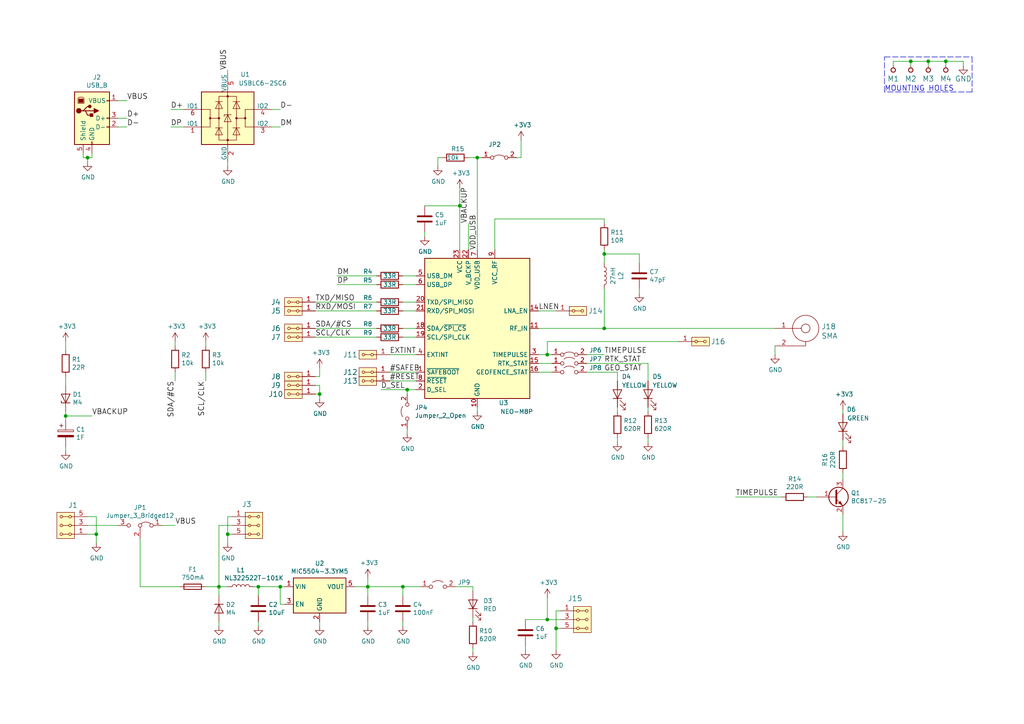
<source format=kicad_sch>
(kicad_sch (version 20210621) (generator eeschema)
  (paper "A4")
  (title_block (title "NAME") (date "%F") (rev "REV") (company "Mlab www.mlab.cz") (comment 1 "VERSION") (comment 2 "Short description \\nTwo lines are maximum") (comment 3 "nickname <email@example.com>") (comment 4 "BSD"))
  (lib_symbols
    (symbol "Device:Q_NPN_BEC" (pin_names (offset 0) hide)
      (property "Reference" "Q" (at 5.08 1.27 0))
      (property "Value" "Q_NPN_BEC" (at 5.08 -1.27 0))
      (symbol "Q_NPN_BEC_1_1"
        (pin input line (at -5.08 0 0) (length 5.715) (name "B") (number "1"))
        (pin passive line (at 2.54 -5.08 90) (length 2.54) (name "E") (number "2"))
        (pin passive line (at 2.54 5.08 270) (length 2.54) (name "C") (number "3"))
      )
    )
    (symbol "Device:R" (pin_numbers hide) (pin_names (offset 0))
      (property "Reference" "R" (at 2.032 0 90))
      (property "Value" "R" (at 0 0 90))
      (symbol "R_1_1"
        (pin passive line (at 0 3.81 270) (length 1.27) (name "~") (number "1"))
        (pin passive line (at 0 -3.81 90) (length 1.27) (name "~") (number "2"))
      )
    )
    (symbol "GPS02A-rescue:+3V3-power" (power) (pin_names (offset 0))
      (property "Value" "+3V3-power" (at 0 3.556 0))
      (symbol "+3V3-power_1_1"
        (pin power_in line (at 0 0 90) (length 0) hide (name "+3V3") (number "1"))
      )
    )
    (symbol "GPS02A-rescue:C-Device" (pin_numbers hide) (pin_names (offset 0.254))
      (property "Reference" "C" (at 0.635 2.54 0))
      (property "Value" "C-Device" (at 0.635 -2.54 0))
      (symbol "C-Device_1_1"
        (pin passive line (at 0 3.81 270) (length 2.794) (name "~") (number "1"))
        (pin passive line (at 0 -3.81 90) (length 2.794) (name "~") (number "2"))
      )
    )
    (symbol "GPS02A-rescue:CP-Device" (pin_numbers hide) (pin_names (offset 0.254))
      (property "Reference" "C" (at 0.635 2.54 0))
      (property "Value" "CP-Device" (at 0.635 -2.54 0))
      (symbol "CP-Device_1_1"
        (pin passive line (at 0 3.81 270) (length 2.794) (name "~") (number "1"))
        (pin passive line (at 0 -3.81 90) (length 2.794) (name "~") (number "2"))
      )
    )
    (symbol "GPS02A-rescue:D-Device" (pin_numbers hide) (pin_names (offset 1.016) hide)
      (property "Reference" "D" (at 0 2.54 0))
      (property "Value" "D-Device" (at 0 -2.54 0))
      (symbol "D-Device_1_1"
        (pin passive line (at -3.81 0 0) (length 2.54) (name "K") (number "1"))
        (pin passive line (at 3.81 0 180) (length 2.54) (name "A") (number "2"))
      )
    )
    (symbol "GPS02A-rescue:D_Zener-Device" (pin_numbers hide) (pin_names (offset 1.016) hide)
      (property "Reference" "D" (at 0 2.54 0))
      (property "Value" "D_Zener-Device" (at 0 -2.54 0))
      (symbol "D_Zener-Device_1_1"
        (pin passive line (at -3.81 0 0) (length 2.54) (name "K") (number "1"))
        (pin passive line (at 3.81 0 180) (length 2.54) (name "A") (number "2"))
      )
    )
    (symbol "GPS02A-rescue:Fuse-Device" (pin_numbers hide) (pin_names (offset 0))
      (property "Reference" "F" (at 2.032 0 90))
      (property "Value" "Fuse-Device" (at -1.905 0 90))
      (symbol "Fuse-Device_1_1"
        (pin passive line (at 0 3.81 270) (length 1.27) (name "~") (number "1"))
        (pin passive line (at 0 -3.81 90) (length 1.27) (name "~") (number "2"))
      )
    )
    (symbol "GPS02A-rescue:GND-power" (power) (pin_names (offset 0))
      (property "Value" "GND-power" (at 0 -3.81 0))
      (symbol "GND-power_1_1"
        (pin power_in line (at 0 0 270) (length 0) hide (name "GND") (number "1"))
      )
    )
    (symbol "GPS02A-rescue:Jumper_2_Bridged-Jumper" (pin_names (offset 0) hide)
      (property "Reference" "JP" (at 0 1.905 0))
      (property "Value" "Jumper_2_Bridged-Jumper" (at 0 -2.54 0))
      (symbol "Jumper_2_Bridged-Jumper_1_1"
        (pin passive line (at -5.08 0 0) (length 2.54) (name "A") (number "1"))
        (pin passive line (at 5.08 0 180) (length 2.54) (name "B") (number "2"))
      )
    )
    (symbol "GPS02A-rescue:Jumper_2_Open-Jumper" (pin_names (offset 0) hide)
      (property "Reference" "JP" (at 0 2.794 0))
      (property "Value" "Jumper_2_Open-Jumper" (at 0 -2.286 0))
      (symbol "Jumper_2_Open-Jumper_1_1"
        (pin passive line (at -5.08 0 0) (length 2.54) (name "A") (number "1"))
        (pin passive line (at 5.08 0 180) (length 2.54) (name "B") (number "2"))
      )
    )
    (symbol "GPS02A-rescue:Jumper_3_Bridged12-Jumper" (pin_names (offset 0) hide)
      (property "Reference" "JP" (at -2.54 -2.54 0))
      (property "Value" "Jumper_3_Bridged12-Jumper" (at 0 2.794 0))
      (symbol "Jumper_3_Bridged12-Jumper_1_1"
        (pin passive line (at -6.35 0 0) (length 2.54) (name "A") (number "1"))
        (pin input line (at 0 -3.81 90) (length 2.54) (name "C") (number "2"))
        (pin passive line (at 6.35 0 180) (length 2.54) (name "B") (number "3"))
      )
    )
    (symbol "GPS02A-rescue:L-Device" (pin_numbers hide) (pin_names (offset 1.016) hide)
      (property "Reference" "L" (at -1.27 0 90))
      (property "Value" "L-Device" (at 1.905 0 90))
      (symbol "L-Device_1_1"
        (pin passive line (at 0 3.81 270) (length 1.27) (name "1") (number "1"))
        (pin passive line (at 0 -3.81 90) (length 1.27) (name "2") (number "2"))
      )
    )
    (symbol "GPS02A-rescue:LED-Device" (pin_numbers hide) (pin_names (offset 1.016) hide)
      (property "Reference" "D" (at 0 2.54 0))
      (property "Value" "LED-Device" (at 0 -2.54 0))
      (symbol "LED-Device_1_1"
        (pin passive line (at -3.81 0 0) (length 2.54) (name "K") (number "1"))
        (pin passive line (at 3.81 0 180) (length 2.54) (name "A") (number "2"))
      )
    )
    (symbol "GPS02A-rescue:MIC5504-3.3YM5-Regulator_Linear"
      (property "Reference" "U" (at -7.62 8.89 0))
      (property "Value" "MIC5504-3.3YM5-Regulator_Linear" (at -7.62 6.35 0))
      (symbol "MIC5504-3.3YM5-Regulator_Linear_1_1"
        (pin power_in line (at -10.16 2.54 0) (length 2.54) (name "VIN") (number "1"))
        (pin power_in line (at 0 -7.62 90) (length 2.54) (name "GND") (number "2"))
        (pin input line (at -10.16 -2.54 0) (length 2.54) (name "EN") (number "3"))
        (pin no_connect line (at 7.62 -2.54 180) (length 2.54) hide (name "NC") (number "4"))
        (pin power_out line (at 10.16 2.54 180) (length 2.54) (name "VOUT") (number "5"))
      )
    )
    (symbol "GPS02A-rescue:NEO-M8P-RF_GPS"
      (property "Reference" "U" (at -13.97 21.59 0))
      (property "Value" "NEO-M8P-RF_GPS" (at 11.43 21.59 0))
      (symbol "NEO-M8P-RF_GPS_1_1"
        (pin input line (at -17.78 -12.7 0) (length 2.54) (name "~{SAFEBOOT}") (number "1"))
        (pin power_in line (at 0 -22.86 90) (length 2.54) (name "GND") (number "10"))
        (pin input line (at 17.78 0 180) (length 2.54) (name "RF_IN") (number "11"))
        (pin passive line (at 0 -22.86 90) (length 2.54) hide (name "GND") (number "12"))
        (pin passive line (at 0 -22.86 90) (length 2.54) hide (name "GND") (number "13"))
        (pin output line (at 17.78 5.08 180) (length 2.54) (name "LNA_EN") (number "14"))
        (pin output line (at 17.78 -10.16 180) (length 2.54) (name "RTK_STAT") (number "15"))
        (pin output line (at 17.78 -12.7 180) (length 2.54) (name "GEOFENCE_STAT") (number "16"))
        (pin no_connect line (at 15.24 -17.78 180) (length 2.54) hide (name "RESERVED") (number "17"))
        (pin bidirectional line (at -17.78 0 0) (length 2.54) (name "SDA/~{SPI_CS}") (number "18"))
        (pin input line (at -17.78 -2.54 0) (length 2.54) (name "SCL/SPI_CLK") (number "19"))
        (pin input line (at -17.78 -17.78 0) (length 2.54) (name "D_SEL") (number "2"))
        (pin output line (at -17.78 7.62 0) (length 2.54) (name "TXD/SPI_MISO") (number "20"))
        (pin input line (at -17.78 5.08 0) (length 2.54) (name "RXD/SPI_MOSI") (number "21"))
        (pin power_in line (at -2.54 22.86 270) (length 2.54) (name "V_BCKP") (number "22"))
        (pin power_in line (at -5.08 22.86 270) (length 2.54) (name "VCC") (number "23"))
        (pin passive line (at 0 -22.86 90) (length 2.54) hide (name "GND") (number "24"))
        (pin output line (at 17.78 -7.62 180) (length 2.54) (name "TIMEPULSE") (number "3"))
        (pin input line (at -17.78 -7.62 0) (length 2.54) (name "EXTINT") (number "4"))
        (pin bidirectional line (at -17.78 15.24 0) (length 2.54) (name "USB_DM") (number "5"))
        (pin bidirectional line (at -17.78 12.7 0) (length 2.54) (name "USB_DP") (number "6"))
        (pin power_in line (at 0 22.86 270) (length 2.54) (name "VDD_USB") (number "7"))
        (pin input line (at -17.78 -15.24 0) (length 2.54) (name "~{RESET}") (number "8"))
        (pin power_out line (at 5.08 22.86 270) (length 2.54) (name "VCC_RF") (number "9"))
      )
    )
    (symbol "GPS02A-rescue:R-Device" (pin_numbers hide) (pin_names (offset 0))
      (property "Reference" "R" (at 2.032 0 90))
      (property "Value" "R-Device" (at 0 0 90))
      (symbol "R-Device_1_1"
        (pin passive line (at 0 3.81 270) (length 1.27) (name "~") (number "1"))
        (pin passive line (at 0 -3.81 90) (length 1.27) (name "~") (number "2"))
      )
    )
    (symbol "GPS02A-rescue:SMA-MLAB_CONNECTORS" (pin_names (offset 1.016))
      (property "Reference" "J" (at 0 5.08 0))
      (property "Value" "SMA-MLAB_CONNECTORS" (at 3.81 -5.08 0))
      (symbol "SMA-MLAB_CONNECTORS_1_1"
        (pin unspecified line (at -8.89 0 0) (length 5.08) (name "~") (number "1"))
        (pin unspecified line (at -8.89 -5.08 0) (length 5.08) (name "~") (number "2"))
      )
    )
    (symbol "GPS02A-rescue:USBLC6-2SC6-Power_Protection" (pin_names (offset 0))
      (property "Reference" "U" (at 5.08 8.89 0))
      (property "Value" "USBLC6-2SC6-Power_Protection" (at 10.16 -10.16 0))
      (symbol "USBLC6-2SC6-Power_Protection_1_1"
        (pin passive line (at -12.7 -2.54 0) (length 5.08) (name "IO1") (number "1"))
        (pin passive line (at 0 -12.7 90) (length 5.08) (name "GND") (number "2"))
        (pin passive line (at 12.7 -2.54 180) (length 5.08) (name "IO2") (number "3"))
        (pin passive line (at 12.7 2.54 180) (length 5.08) (name "IO2") (number "4"))
        (pin passive line (at 0 12.7 270) (length 5.08) (name "VBUS") (number "5"))
        (pin passive line (at -12.7 2.54 0) (length 5.08) (name "IO1") (number "6"))
      )
    )
    (symbol "GPS02A-rescue:USB_B-Connector" (pin_names (offset 1.016))
      (property "Reference" "J" (at -5.08 11.43 0))
      (property "Value" "USB_B-Connector" (at -5.08 8.89 0))
      (symbol "USB_B-Connector_1_1"
        (pin power_out line (at 7.62 5.08 180) (length 2.54) (name "VBUS") (number "1"))
        (pin passive line (at 7.62 -2.54 180) (length 2.54) (name "D-") (number "2"))
        (pin passive line (at 7.62 0 180) (length 2.54) (name "D+") (number "3"))
        (pin power_out line (at 0 -10.16 90) (length 2.54) (name "GND") (number "4"))
        (pin passive line (at -2.54 -10.16 90) (length 2.54) (name "Shield") (number "5"))
      )
    )
    (symbol "MLAB_HEADER:HEADER_2x01_PARALLEL" (pin_names (offset 1.016))
      (property "Reference" "J" (at 0 -2.54 0))
      (property "Value" "HEADER_2x01_PARALLEL" (at 0 2.54 0))
      (symbol "HEADER_2x01_PARALLEL_1_1"
        (pin input line (at -6.35 0 0) (length 3.81) (name "~") (number "1"))
        (pin input line (at -6.35 0 0) (length 3.81) hide (name "~") (number "2"))
      )
    )
    (symbol "MLAB_HEADER:HEADER_2x03_PARALLEL" (pin_names (offset 1.016))
      (property "Reference" "J" (at 0 -5.08 0))
      (property "Value" "HEADER_2x03_PARALLEL" (at 0 5.08 0))
      (symbol "HEADER_2x03_PARALLEL_1_1"
        (pin input line (at -6.35 2.54 0) (length 3.81) (name "~") (number "1"))
        (pin input line (at -6.35 2.54 0) (length 3.81) hide (name "~") (number "2"))
        (pin input line (at -6.35 0 0) (length 3.81) (name "~") (number "3"))
        (pin input line (at -6.35 0 0) (length 3.81) hide (name "~") (number "4"))
        (pin input line (at -6.35 -2.54 0) (length 3.81) (name "~") (number "5"))
        (pin input line (at -6.35 -2.54 0) (length 3.81) hide (name "~") (number "6"))
      )
    )
    (symbol "MLAB_MECHANICAL:HOLE" (pin_numbers hide) (pin_names (offset 1.016) hide)
      (property "Reference" "M" (at 0 2.54 0))
      (property "Value" "HOLE" (at 0 -2.54 0))
      (symbol "HOLE_1_1"
        (pin input line (at 1.27 0 180) (length 0.635) (name "~") (number "1"))
      )
    )
    (symbol "power:GND" (power) (pin_names (offset 0))
      (property "Value" "GND" (at 0 -3.81 0))
      (symbol "GND_1_1"
        (pin power_in line (at 0 0 270) (length 0) hide (name "GND") (number "1"))
      )
    )
  )
  (junction (at 19.05 120.65) (diameter 0.9144))
  (junction (at 25.4 45.72) (diameter 0.9144))
  (junction (at 27.94 154.94) (diameter 0.9144))
  (junction (at 63.5 170.18) (diameter 0.9144))
  (junction (at 66.04 154.94) (diameter 0.9144))
  (junction (at 74.93 170.18) (diameter 0.9144))
  (junction (at 81.28 170.18) (diameter 0.9144))
  (junction (at 92.71 114.3) (diameter 0.9144))
  (junction (at 106.68 170.18) (diameter 0.9144))
  (junction (at 116.84 170.18) (diameter 0.9144))
  (junction (at 118.11 113.03) (diameter 0.9144))
  (junction (at 133.35 59.69) (diameter 0.9144))
  (junction (at 138.43 45.72) (diameter 0.9144))
  (junction (at 158.75 102.87) (diameter 0.9144))
  (junction (at 158.75 179.705) (diameter 0.9144))
  (junction (at 161.29 182.245) (diameter 0.9144))
  (junction (at 175.26 73.66) (diameter 0.9144))
  (junction (at 175.26 95.25) (diameter 0.9144))
  (junction (at 264.16 17.78) (diameter 0.9144))
  (junction (at 269.24 17.78) (diameter 0.9144))
  (junction (at 274.32 17.78) (diameter 0.9144))
  (wire (pts (xy 19.05 99.06) (xy 19.05 101.6)))
  (wire (pts (xy 19.05 109.22) (xy 19.05 111.76)))
  (wire (pts (xy 19.05 119.38) (xy 19.05 120.65)))
  (wire (pts (xy 19.05 120.65) (xy 19.05 121.92)))
  (wire (pts (xy 19.05 120.65) (xy 26.67 120.65)))
  (wire (pts (xy 19.05 129.54) (xy 19.05 130.81)))
  (wire (pts (xy 24.13 44.45) (xy 24.13 45.72)))
  (wire (pts (xy 24.13 45.72) (xy 25.4 45.72)))
  (wire (pts (xy 25.4 45.72) (xy 25.4 46.99)))
  (wire (pts (xy 25.4 45.72) (xy 26.67 45.72)))
  (wire (pts (xy 25.4 149.86) (xy 27.94 149.86)))
  (wire (pts (xy 25.4 152.4) (xy 34.29 152.4)))
  (wire (pts (xy 25.4 154.94) (xy 27.94 154.94)))
  (wire (pts (xy 26.67 45.72) (xy 26.67 44.45)))
  (wire (pts (xy 27.94 149.86) (xy 27.94 154.94)))
  (wire (pts (xy 27.94 154.94) (xy 27.94 157.48)))
  (wire (pts (xy 34.29 29.21) (xy 36.83 29.21)))
  (wire (pts (xy 34.29 34.29) (xy 36.83 34.29)))
  (wire (pts (xy 34.29 36.83) (xy 36.83 36.83)))
  (wire (pts (xy 40.64 156.21) (xy 40.64 170.18)))
  (wire (pts (xy 40.64 170.18) (xy 52.07 170.18)))
  (wire (pts (xy 46.99 152.4) (xy 50.8 152.4)))
  (wire (pts (xy 49.53 31.75) (xy 53.34 31.75)))
  (wire (pts (xy 49.53 36.83) (xy 53.34 36.83)))
  (wire (pts (xy 50.8 99.06) (xy 50.8 100.33)))
  (wire (pts (xy 50.8 107.95) (xy 50.8 110.49)))
  (wire (pts (xy 59.69 99.06) (xy 59.69 100.33)))
  (wire (pts (xy 59.69 107.95) (xy 59.69 110.49)))
  (wire (pts (xy 63.5 152.4) (xy 63.5 170.18)))
  (wire (pts (xy 63.5 170.18) (xy 59.69 170.18)))
  (wire (pts (xy 63.5 170.18) (xy 63.5 172.72)))
  (wire (pts (xy 63.5 180.34) (xy 63.5 181.61)))
  (wire (pts (xy 66.04 20.32) (xy 66.04 21.59)))
  (wire (pts (xy 66.04 46.99) (xy 66.04 48.26)))
  (wire (pts (xy 66.04 149.86) (xy 66.04 154.94)))
  (wire (pts (xy 66.04 154.94) (xy 66.04 157.48)))
  (wire (pts (xy 66.04 170.18) (xy 63.5 170.18)))
  (wire (pts (xy 67.31 149.86) (xy 66.04 149.86)))
  (wire (pts (xy 67.31 152.4) (xy 63.5 152.4)))
  (wire (pts (xy 67.31 154.94) (xy 66.04 154.94)))
  (wire (pts (xy 73.66 170.18) (xy 74.93 170.18)))
  (wire (pts (xy 74.93 170.18) (xy 81.28 170.18)))
  (wire (pts (xy 74.93 172.72) (xy 74.93 170.18)))
  (wire (pts (xy 74.93 180.34) (xy 74.93 181.61)))
  (wire (pts (xy 78.74 31.75) (xy 81.28 31.75)))
  (wire (pts (xy 78.74 36.83) (xy 81.28 36.83)))
  (wire (pts (xy 81.28 170.18) (xy 82.55 170.18)))
  (wire (pts (xy 81.28 175.26) (xy 81.28 170.18)))
  (wire (pts (xy 82.55 175.26) (xy 81.28 175.26)))
  (wire (pts (xy 91.44 87.63) (xy 109.22 87.63)))
  (wire (pts (xy 91.44 90.17) (xy 109.22 90.17)))
  (wire (pts (xy 91.44 95.25) (xy 109.22 95.25)))
  (wire (pts (xy 91.44 97.79) (xy 109.22 97.79)))
  (wire (pts (xy 91.44 109.22) (xy 92.71 109.22)))
  (wire (pts (xy 91.44 111.76) (xy 92.71 111.76)))
  (wire (pts (xy 91.44 114.3) (xy 92.71 114.3)))
  (wire (pts (xy 92.71 109.22) (xy 92.71 106.68)))
  (wire (pts (xy 92.71 111.76) (xy 92.71 114.3)))
  (wire (pts (xy 92.71 114.3) (xy 92.71 115.57)))
  (wire (pts (xy 92.71 180.34) (xy 92.71 181.61)))
  (wire (pts (xy 102.87 170.18) (xy 106.68 170.18)))
  (wire (pts (xy 106.68 167.64) (xy 106.68 170.18)))
  (wire (pts (xy 106.68 170.18) (xy 106.68 172.72)))
  (wire (pts (xy 106.68 170.18) (xy 116.84 170.18)))
  (wire (pts (xy 106.68 180.34) (xy 106.68 181.61)))
  (wire (pts (xy 109.22 80.01) (xy 97.79 80.01)))
  (wire (pts (xy 109.22 82.55) (xy 97.79 82.55)))
  (wire (pts (xy 110.49 113.03) (xy 118.11 113.03)))
  (wire (pts (xy 113.03 102.87) (xy 120.65 102.87)))
  (wire (pts (xy 113.03 107.95) (xy 120.65 107.95)))
  (wire (pts (xy 116.84 80.01) (xy 120.65 80.01)))
  (wire (pts (xy 116.84 82.55) (xy 120.65 82.55)))
  (wire (pts (xy 116.84 87.63) (xy 120.65 87.63)))
  (wire (pts (xy 116.84 90.17) (xy 120.65 90.17)))
  (wire (pts (xy 116.84 95.25) (xy 120.65 95.25)))
  (wire (pts (xy 116.84 97.79) (xy 120.65 97.79)))
  (wire (pts (xy 116.84 170.18) (xy 121.92 170.18)))
  (wire (pts (xy 116.84 172.72) (xy 116.84 170.18)))
  (wire (pts (xy 116.84 180.34) (xy 116.84 181.61)))
  (wire (pts (xy 118.11 113.03) (xy 118.11 114.3)))
  (wire (pts (xy 118.11 124.46) (xy 118.11 125.73)))
  (wire (pts (xy 120.65 110.49) (xy 113.03 110.49)))
  (wire (pts (xy 120.65 113.03) (xy 118.11 113.03)))
  (wire (pts (xy 123.19 59.69) (xy 133.35 59.69)))
  (wire (pts (xy 123.19 67.31) (xy 123.19 68.58)))
  (wire (pts (xy 127 45.72) (xy 127 48.26)))
  (wire (pts (xy 128.27 45.72) (xy 127 45.72)))
  (wire (pts (xy 132.08 170.18) (xy 137.16 170.18)))
  (wire (pts (xy 133.35 59.69) (xy 133.35 54.61)))
  (wire (pts (xy 133.35 72.39) (xy 133.35 59.69)))
  (wire (pts (xy 135.89 45.72) (xy 138.43 45.72)))
  (wire (pts (xy 135.89 72.39) (xy 135.89 64.77)))
  (wire (pts (xy 137.16 170.18) (xy 137.16 171.45)))
  (wire (pts (xy 137.16 179.07) (xy 137.16 180.34)))
  (wire (pts (xy 137.16 187.96) (xy 137.16 189.23)))
  (wire (pts (xy 138.43 45.72) (xy 138.43 72.39)))
  (wire (pts (xy 138.43 45.72) (xy 139.7 45.72)))
  (wire (pts (xy 138.43 118.11) (xy 138.43 119.38)))
  (wire (pts (xy 143.51 63.5) (xy 175.26 63.5)))
  (wire (pts (xy 143.51 72.39) (xy 143.51 63.5)))
  (wire (pts (xy 151.13 40.64) (xy 151.13 45.72)))
  (wire (pts (xy 151.13 45.72) (xy 149.86 45.72)))
  (wire (pts (xy 152.4 179.705) (xy 158.75 179.705)))
  (wire (pts (xy 152.4 187.325) (xy 152.4 188.595)))
  (wire (pts (xy 156.21 90.17) (xy 161.29 90.17)))
  (wire (pts (xy 156.21 95.25) (xy 175.26 95.25)))
  (wire (pts (xy 156.21 102.87) (xy 158.75 102.87)))
  (wire (pts (xy 156.21 105.41) (xy 160.02 105.41)))
  (wire (pts (xy 156.21 107.95) (xy 160.02 107.95)))
  (wire (pts (xy 158.75 99.06) (xy 196.85 99.06)))
  (wire (pts (xy 158.75 102.87) (xy 158.75 99.06)))
  (wire (pts (xy 158.75 102.87) (xy 160.02 102.87)))
  (wire (pts (xy 158.75 173.355) (xy 158.75 179.705)))
  (wire (pts (xy 161.29 177.165) (xy 161.29 182.245)))
  (wire (pts (xy 161.29 182.245) (xy 161.29 188.595)))
  (wire (pts (xy 162.56 177.165) (xy 161.29 177.165)))
  (wire (pts (xy 162.56 179.705) (xy 158.75 179.705)))
  (wire (pts (xy 162.56 182.245) (xy 161.29 182.245)))
  (wire (pts (xy 170.18 102.87) (xy 175.26 102.87)))
  (wire (pts (xy 170.18 105.41) (xy 187.96 105.41)))
  (wire (pts (xy 170.18 107.95) (xy 179.07 107.95)))
  (wire (pts (xy 175.26 63.5) (xy 175.26 64.77)))
  (wire (pts (xy 175.26 72.39) (xy 175.26 73.66)))
  (wire (pts (xy 175.26 73.66) (xy 175.26 76.2)))
  (wire (pts (xy 175.26 95.25) (xy 175.26 83.82)))
  (wire (pts (xy 175.26 95.25) (xy 224.79 95.25)))
  (wire (pts (xy 179.07 107.95) (xy 179.07 110.49)))
  (wire (pts (xy 179.07 118.11) (xy 179.07 119.38)))
  (wire (pts (xy 179.07 127) (xy 179.07 128.27)))
  (wire (pts (xy 185.42 73.66) (xy 175.26 73.66)))
  (wire (pts (xy 185.42 76.2) (xy 185.42 73.66)))
  (wire (pts (xy 185.42 83.82) (xy 185.42 85.09)))
  (wire (pts (xy 187.96 105.41) (xy 187.96 110.49)))
  (wire (pts (xy 187.96 118.11) (xy 187.96 119.38)))
  (wire (pts (xy 187.96 127) (xy 187.96 128.27)))
  (wire (pts (xy 213.36 144.145) (xy 226.695 144.145)))
  (wire (pts (xy 224.79 100.33) (xy 224.79 102.87)))
  (wire (pts (xy 234.315 144.145) (xy 236.855 144.145)))
  (wire (pts (xy 244.475 118.745) (xy 244.475 120.015)))
  (wire (pts (xy 244.475 127.635) (xy 244.475 129.54)))
  (wire (pts (xy 244.475 137.16) (xy 244.475 139.065)))
  (wire (pts (xy 244.475 149.225) (xy 244.475 154.305)))
  (wire (pts (xy 259.08 17.78) (xy 259.08 19.05)))
  (wire (pts (xy 264.16 17.78) (xy 259.08 17.78)))
  (wire (pts (xy 264.16 19.05) (xy 264.16 17.78)))
  (wire (pts (xy 269.24 17.78) (xy 264.16 17.78)))
  (wire (pts (xy 269.24 19.05) (xy 269.24 17.78)))
  (wire (pts (xy 274.32 17.78) (xy 269.24 17.78)))
  (wire (pts (xy 274.32 19.05) (xy 274.32 17.78)))
  (wire (pts (xy 279.4 17.78) (xy 274.32 17.78)))
  (wire (pts (xy 279.4 19.05) (xy 279.4 17.78)))
  (polyline (pts (xy 256.54 16.51) (xy 281.94 16.51)) (stroke (width 0) (type dash)))
  (polyline (pts (xy 256.54 26.67) (xy 256.54 16.51)) (stroke (width 0) (type dash)))
  (polyline (pts (xy 281.94 16.51) (xy 281.94 26.67)) (stroke (width 0) (type dash)))
  (polyline (pts (xy 281.94 26.67) (xy 256.54 26.67)) (stroke (width 0) (type dash)))
  (text "MOUNTING HOLES" (at 256.54 26.67 0) (effects (font (size 1.524 1.524)) (justify left bottom)))
  (label "VBACKUP" (at 26.67 120.65 0) (effects (font (size 1.524 1.524))))
  (label "VBUS" (at 36.83 29.21 0) (effects (font (size 1.524 1.524))))
  (label "D+" (at 36.83 34.29 0) (effects (font (size 1.524 1.524))))
  (label "D-" (at 36.83 36.83 0) (effects (font (size 1.524 1.524))))
  (label "D+" (at 49.53 31.75 0) (effects (font (size 1.524 1.524))))
  (label "DP" (at 49.53 36.83 0) (effects (font (size 1.524 1.524))))
  (label "SDA{slash}#CS" (at 50.8 110.49 270) (effects (font (size 1.524 1.524))))
  (label "VBUS" (at 50.8 152.4 0) (effects (font (size 1.524 1.524))))
  (label "SCL{slash}CLK" (at 59.69 110.49 270) (effects (font (size 1.524 1.524))))
  (label "VBUS" (at 66.04 20.32 90) (effects (font (size 1.524 1.524))))
  (label "D-" (at 81.28 31.75 0) (effects (font (size 1.524 1.524))))
  (label "DM" (at 81.28 36.83 0) (effects (font (size 1.524 1.524))))
  (label "TXD{slash}MISO" (at 91.44 87.63 0) (effects (font (size 1.524 1.524))))
  (label "RXD{slash}MOSI" (at 91.44 90.17 0) (effects (font (size 1.524 1.524))))
  (label "SDA{slash}#CS" (at 91.44 95.25 0) (effects (font (size 1.524 1.524))))
  (label "SCL{slash}CLK" (at 91.44 97.79 0) (effects (font (size 1.524 1.524))))
  (label "DM" (at 97.79 80.01 0) (effects (font (size 1.524 1.524))))
  (label "DP" (at 97.79 82.55 0) (effects (font (size 1.524 1.524))))
  (label "D_SEL" (at 110.49 113.03 0) (effects (font (size 1.524 1.524))))
  (label "EXTINT" (at 113.03 102.87 0) (effects (font (size 1.524 1.524))))
  (label "#SAFEB" (at 113.03 107.95 0) (effects (font (size 1.524 1.524))))
  (label "#RESET" (at 113.03 110.49 0) (effects (font (size 1.524 1.524))))
  (label "VBACKUP" (at 135.89 64.77 90) (effects (font (size 1.524 1.524))))
  (label "VDD_USB" (at 138.43 62.23 270) (effects (font (size 1.524 1.524))))
  (label "LNEN" (at 156.21 90.17 0) (effects (font (size 1.524 1.524))))
  (label "TIMEPULSE" (at 175.26 102.87 0) (effects (font (size 1.524 1.524))))
  (label "RTK_STAT" (at 175.26 105.41 0) (effects (font (size 1.524 1.524))))
  (label "GEO_STAT" (at 175.26 107.95 0) (effects (font (size 1.524 1.524))))
  (label "TIMEPULSE" (at 213.36 144.145 0) (effects (font (size 1.524 1.524))))
  (symbol (lib_id "MLAB_MECHANICAL:HOLE") (at 259.08 20.32 90) (unit 1)
    (property "Reference" "M1" (at 259.08 22.86 90) (effects (font (size 1.524 1.524))))
    (property "Value" "HOLE" (effects hide))
    (property "Footprint" "Mlab_Mechanical:MountingHole_3mm" (effects hide))
  )
  (symbol (lib_id "MLAB_MECHANICAL:HOLE") (at 264.16 20.32 90) (unit 1)
    (property "Reference" "M2" (at 264.16 22.86 90) (effects (font (size 1.524 1.524))))
    (property "Value" "HOLE" (effects hide))
    (property "Footprint" "Mlab_Mechanical:MountingHole_3mm" (effects hide))
  )
  (symbol (lib_id "MLAB_MECHANICAL:HOLE") (at 269.24 20.32 90) (unit 1)
    (property "Reference" "M3" (at 269.24 22.86 90) (effects (font (size 1.524 1.524))))
    (property "Value" "HOLE" (effects hide))
    (property "Footprint" "Mlab_Mechanical:MountingHole_3mm" (effects hide))
  )
  (symbol (lib_id "MLAB_MECHANICAL:HOLE") (at 274.32 20.32 90) (unit 1)
    (property "Reference" "M4" (at 274.32 22.86 90) (effects (font (size 1.524 1.524))))
    (property "Value" "HOLE" (effects hide))
    (property "Footprint" "Mlab_Mechanical:MountingHole_3mm" (effects hide))
  )
  (symbol (lib_id "GPS02A-rescue:+3V3-power") (at 19.05 99.06 0) (unit 1)
    (property "Reference" "#PWR0122" (effects hide))
    (property "Value" "+3V3" (at 19.431 94.6658 0))
  )
  (symbol (lib_id "GPS02A-rescue:+3V3-power") (at 50.8 99.06 0) (unit 1)
    (property "Reference" "#PWR0127" (effects hide))
    (property "Value" "+3V3" (at 51.181 94.6658 0))
  )
  (symbol (lib_id "GPS02A-rescue:+3V3-power") (at 59.69 99.06 0) (unit 1)
    (property "Reference" "#PWR0128" (effects hide))
    (property "Value" "+3V3" (at 60.071 94.6658 0))
  )
  (symbol (lib_id "GPS02A-rescue:+3V3-power") (at 92.71 106.68 0) (unit 1)
    (property "Reference" "#PWR0129" (effects hide))
    (property "Value" "+3V3" (at 93.091 102.2858 0))
  )
  (symbol (lib_id "GPS02A-rescue:+3V3-power") (at 106.68 167.64 0) (unit 1)
    (property "Reference" "#PWR0107" (effects hide))
    (property "Value" "+3V3" (at 107.061 163.2458 0))
  )
  (symbol (lib_id "GPS02A-rescue:+3V3-power") (at 133.35 54.61 0) (unit 1)
    (property "Reference" "#PWR0119" (effects hide))
    (property "Value" "+3V3" (at 133.731 50.2158 0))
  )
  (symbol (lib_id "GPS02A-rescue:+3V3-power") (at 151.13 40.64 0) (unit 1)
    (property "Reference" "#PWR0124" (effects hide))
    (property "Value" "+3V3" (at 151.511 36.2458 0))
  )
  (symbol (lib_id "GPS02A-rescue:+3V3-power") (at 158.75 173.355 0) (unit 1)
    (property "Reference" "#PWR0109" (effects hide))
    (property "Value" "+3V3" (at 159.131 168.9608 0))
  )
  (symbol (lib_id "GPS02A-rescue:+3V3-power") (at 244.475 118.745 0) (unit 1)
    (property "Reference" "#PWR0131" (effects hide))
    (property "Value" "+3V3" (at 244.856 114.3508 0))
  )
  (symbol (lib_id "GPS02A-rescue:GND-power") (at 19.05 130.81 0) (unit 1)
    (property "Reference" "#PWR0110" (effects hide))
    (property "Value" "GND" (at 19.177 135.2042 0))
  )
  (symbol (lib_id "GPS02A-rescue:GND-power") (at 25.4 46.99 0) (unit 1)
    (property "Reference" "#PWR0101" (effects hide))
    (property "Value" "GND" (at 25.527 51.3842 0))
  )
  (symbol (lib_id "GPS02A-rescue:GND-power") (at 27.94 157.48 0) (unit 1)
    (property "Reference" "#PWR0102" (effects hide))
    (property "Value" "GND" (at 28.067 161.8742 0))
  )
  (symbol (lib_id "GPS02A-rescue:GND-power") (at 63.5 181.61 0) (unit 1)
    (property "Reference" "#PWR0104" (effects hide))
    (property "Value" "GND" (at 63.627 186.0042 0))
  )
  (symbol (lib_id "GPS02A-rescue:GND-power") (at 66.04 48.26 0) (unit 1)
    (property "Reference" "#PWR0123" (effects hide))
    (property "Value" "GND" (at 66.167 52.6542 0))
  )
  (symbol (lib_id "GPS02A-rescue:GND-power") (at 66.04 157.48 0) (unit 1)
    (property "Reference" "#PWR0103" (effects hide))
    (property "Value" "GND" (at 66.167 161.8742 0))
  )
  (symbol (lib_id "GPS02A-rescue:GND-power") (at 74.93 181.61 0) (unit 1)
    (property "Reference" "#PWR0105" (effects hide))
    (property "Value" "GND" (at 75.057 186.0042 0))
  )
  (symbol (lib_id "GPS02A-rescue:GND-power") (at 92.71 115.57 0) (unit 1)
    (property "Reference" "#PWR0130" (effects hide))
    (property "Value" "GND" (at 92.837 119.9642 0))
  )
  (symbol (lib_id "GPS02A-rescue:GND-power") (at 92.71 181.61 0) (unit 1)
    (property "Reference" "#PWR0114" (effects hide))
    (property "Value" "GND" (at 92.837 186.0042 0))
  )
  (symbol (lib_id "GPS02A-rescue:GND-power") (at 106.68 181.61 0) (unit 1)
    (property "Reference" "#PWR0106" (effects hide))
    (property "Value" "GND" (at 106.807 186.0042 0))
  )
  (symbol (lib_id "GPS02A-rescue:GND-power") (at 116.84 181.61 0) (unit 1)
    (property "Reference" "#PWR0120" (effects hide))
    (property "Value" "GND" (at 116.967 186.0042 0))
  )
  (symbol (lib_id "GPS02A-rescue:GND-power") (at 118.11 125.73 0) (unit 1)
    (property "Reference" "#PWR0113" (effects hide))
    (property "Value" "GND" (at 118.237 130.1242 0))
  )
  (symbol (lib_id "GPS02A-rescue:GND-power") (at 123.19 68.58 0) (unit 1)
    (property "Reference" "#PWR0121" (effects hide))
    (property "Value" "GND" (at 123.317 72.9742 0))
  )
  (symbol (lib_id "GPS02A-rescue:GND-power") (at 127 48.26 0) (unit 1)
    (property "Reference" "#PWR0132" (effects hide))
    (property "Value" "GND" (at 127.127 52.6542 0))
  )
  (symbol (lib_id "GPS02A-rescue:GND-power") (at 137.16 189.23 0) (unit 1)
    (property "Reference" "#PWR0108" (effects hide))
    (property "Value" "GND" (at 137.287 193.6242 0))
  )
  (symbol (lib_id "GPS02A-rescue:GND-power") (at 138.43 119.38 0) (unit 1)
    (property "Reference" "#PWR0115" (effects hide))
    (property "Value" "GND" (at 138.557 123.7742 0))
  )
  (symbol (lib_id "GPS02A-rescue:GND-power") (at 152.4 188.595 0) (unit 1)
    (property "Reference" "#PWR0112" (effects hide))
    (property "Value" "GND" (at 152.527 192.9892 0))
  )
  (symbol (lib_id "GPS02A-rescue:GND-power") (at 161.29 188.595 0) (unit 1)
    (property "Reference" "#PWR0111" (effects hide))
    (property "Value" "GND" (at 161.417 192.9892 0))
  )
  (symbol (lib_id "GPS02A-rescue:GND-power") (at 179.07 128.27 0) (unit 1)
    (property "Reference" "#PWR0116" (effects hide))
    (property "Value" "GND" (at 179.197 132.6642 0))
  )
  (symbol (lib_id "GPS02A-rescue:GND-power") (at 185.42 85.09 0) (unit 1)
    (property "Reference" "#PWR0125" (effects hide))
    (property "Value" "GND" (at 185.547 89.4842 0))
  )
  (symbol (lib_id "GPS02A-rescue:GND-power") (at 187.96 128.27 0) (unit 1)
    (property "Reference" "#PWR0117" (effects hide))
    (property "Value" "GND" (at 188.087 132.6642 0))
  )
  (symbol (lib_id "GPS02A-rescue:GND-power") (at 224.79 102.87 0) (unit 1)
    (property "Reference" "#PWR0126" (effects hide))
    (property "Value" "GND" (at 224.917 107.2642 0))
  )
  (symbol (lib_id "power:GND") (at 244.475 154.305 0) (unit 1)
    (property "Reference" "#PWR0118" (effects hide))
    (property "Value" "GND" (at 244.5893 158.6294 0))
  )
  (symbol (lib_id "GPS02A-rescue:GND-power") (at 279.4 19.05 0) (unit 1)
    (property "Reference" "#PWR03" (effects hide))
    (property "Value" "GND" (at 279.4 22.86 0) (effects (font (size 1.524 1.524))))
  )
  (symbol (lib_id "GPS02A-rescue:L-Device") (at 69.85 170.18 90) (unit 1)
    (property "Reference" "L1" (at 69.85 165.354 90))
    (property "Value" "NL322522T-101K" (at 73.66 167.64 90))
    (property "Footprint" "Inductor_SMD:L_1210_3225Metric" (effects hide))
    (property "UST_ID" "5c70984412875079b91f87fb" (effects hide))
  )
  (symbol (lib_id "GPS02A-rescue:L-Device") (at 175.26 80.01 0) (unit 1)
    (property "Reference" "L2" (at 180.086 80.01 90))
    (property "Value" "27nH" (at 177.8 80.01 90))
    (property "Footprint" "Inductor_SMD:L_0402_1005Metric" (effects hide))
    (property "Datasheet" "LQG15HS27NJ02D" (effects hide))
    (property "UST_ID" "618cbf071287506e2801ed7e" (effects hide))
  )
  (symbol (lib_id "GPS02A-rescue:Jumper_2_Bridged-Jumper") (at 144.78 45.72 0) (unit 1)
    (property "Reference" "JP2" (at 143.51 41.91 0))
    (property "Value" "Jumper_2_Bridged" (effects hide))
    (property "Footprint" "Mlab_Pin_Headers:Straight_1x02" (effects hide))
  )
  (symbol (lib_id "GPS02A-rescue:Jumper_2_Bridged-Jumper") (at 165.1 102.87 0) (unit 1)
    (property "Reference" "JP6" (at 172.72 101.6 0))
    (property "Value" "Jumper_2_Bridged" (effects hide))
    (property "Footprint" "Mlab_Pin_Headers:Straight_1x02" (effects hide))
  )
  (symbol (lib_id "GPS02A-rescue:Fuse-Device") (at 55.88 170.18 90) (unit 1)
    (property "Reference" "F1" (at 55.88 165.1762 90))
    (property "Value" "750mA" (at 55.88 167.4876 90))
    (property "Footprint" "Mlab_F:1812" (effects hide))
    (property "UST_ID" "5c70984512875079b91f88d2" (effects hide))
  )
  (symbol (lib_id "GPS02A-rescue:R-Device") (at 19.05 105.41 0) (unit 1)
    (property "Reference" "R1" (at 20.828 104.2416 0) (effects (justify left)))
    (property "Value" "22R" (at 20.828 106.553 0) (effects (justify left)))
    (property "Footprint" "Mlab_R:SMD-0805" (effects hide))
    (property "UST_ID" "5c70984512875079b91f896f" (effects hide))
  )
  (symbol (lib_id "GPS02A-rescue:R-Device") (at 50.8 104.14 0) (unit 1)
    (property "Reference" "R2" (at 52.578 102.9716 0) (effects (justify left)))
    (property "Value" "10k" (at 52.578 105.283 0) (effects (justify left)))
    (property "Footprint" "Mlab_R:SMD-0805" (effects hide))
    (property "UST_ID" "5c70984612875079b91f899f" (effects hide))
  )
  (symbol (lib_id "GPS02A-rescue:R-Device") (at 59.69 104.14 0) (unit 1)
    (property "Reference" "R3" (at 61.468 102.9716 0) (effects (justify left)))
    (property "Value" "10k" (at 61.468 105.283 0) (effects (justify left)))
    (property "Footprint" "Mlab_R:SMD-0805" (effects hide))
    (property "UST_ID" "5c70984612875079b91f899f" (effects hide))
  )
  (symbol (lib_id "GPS02A-rescue:R-Device") (at 113.03 80.01 270) (unit 1)
    (property "Reference" "R4" (at 106.68 78.74 90))
    (property "Value" "33R" (at 113.03 80.01 90))
    (property "Footprint" "Mlab_R:SMD-0805" (effects hide))
    (property "UST_ID" "5c70984512875079b91f8970" (effects hide))
  )
  (symbol (lib_id "GPS02A-rescue:R-Device") (at 113.03 82.55 270) (unit 1)
    (property "Reference" "R5" (at 106.68 81.28 90))
    (property "Value" "33R" (at 113.03 82.55 90))
    (property "Footprint" "Mlab_R:SMD-0805" (effects hide))
    (property "UST_ID" "5c70984512875079b91f8970" (effects hide))
  )
  (symbol (lib_id "GPS02A-rescue:R-Device") (at 113.03 87.63 270) (unit 1)
    (property "Reference" "R6" (at 106.68 86.36 90))
    (property "Value" "33R" (at 113.03 87.63 90))
    (property "Footprint" "Mlab_R:SMD-0805" (effects hide))
    (property "UST_ID" "5c70984512875079b91f8970" (effects hide))
  )
  (symbol (lib_id "GPS02A-rescue:R-Device") (at 113.03 90.17 270) (unit 1)
    (property "Reference" "R7" (at 106.68 88.9 90))
    (property "Value" "33R" (at 113.03 90.17 90))
    (property "Footprint" "Mlab_R:SMD-0805" (effects hide))
    (property "UST_ID" "5c70984512875079b91f8970" (effects hide))
  )
  (symbol (lib_id "GPS02A-rescue:R-Device") (at 113.03 95.25 270) (unit 1)
    (property "Reference" "R8" (at 106.68 93.98 90))
    (property "Value" "33R" (at 113.03 95.25 90))
    (property "Footprint" "Mlab_R:SMD-0805" (effects hide))
    (property "UST_ID" "5c70984512875079b91f8970" (effects hide))
  )
  (symbol (lib_id "GPS02A-rescue:R-Device") (at 113.03 97.79 270) (unit 1)
    (property "Reference" "R9" (at 106.68 96.52 90))
    (property "Value" "33R" (at 113.03 97.79 90))
    (property "Footprint" "Mlab_R:SMD-0805" (effects hide))
    (property "UST_ID" "5c70984512875079b91f8970" (effects hide))
  )
  (symbol (lib_id "GPS02A-rescue:R-Device") (at 132.08 45.72 270) (unit 1)
    (property "Reference" "R15" (at 130.81 43.18 90) (effects (justify left)))
    (property "Value" "10k" (at 129.54 45.72 90) (effects (justify left)))
    (property "Footprint" "Mlab_R:SMD-0805" (effects hide))
    (property "UST_ID" "5c70984612875079b91f899f" (effects hide))
  )
  (symbol (lib_id "GPS02A-rescue:R-Device") (at 137.16 184.15 0) (unit 1)
    (property "Reference" "R10" (at 138.938 182.9816 0) (effects (justify left)))
    (property "Value" "620R" (at 138.938 185.293 0) (effects (justify left)))
    (property "Footprint" "Mlab_R:SMD-0805" (effects hide))
    (property "UST_ID" "5c70984512875079b91f8989" (effects hide))
  )
  (symbol (lib_id "GPS02A-rescue:R-Device") (at 175.26 68.58 0) (unit 1)
    (property "Reference" "R11" (at 177.038 67.4116 0) (effects (justify left)))
    (property "Value" "10R" (at 177.038 69.723 0) (effects (justify left)))
    (property "Footprint" "Mlab_R:SMD-0805" (effects hide))
    (property "UST_ID" "5c70984512875079b91f896d" (effects hide))
  )
  (symbol (lib_id "GPS02A-rescue:R-Device") (at 179.07 123.19 0) (unit 1)
    (property "Reference" "R12" (at 180.848 122.0216 0) (effects (justify left)))
    (property "Value" "620R" (at 180.848 124.333 0) (effects (justify left)))
    (property "Footprint" "Mlab_R:SMD-0805" (effects hide))
    (property "UST_ID" "5c70984512875079b91f8989" (effects hide))
  )
  (symbol (lib_id "GPS02A-rescue:R-Device") (at 187.96 123.19 0) (unit 1)
    (property "Reference" "R13" (at 189.738 122.0216 0) (effects (justify left)))
    (property "Value" "620R" (at 189.738 124.333 0) (effects (justify left)))
    (property "Footprint" "Mlab_R:SMD-0805" (effects hide))
    (property "UST_ID" "5c70984512875079b91f8989" (effects hide))
  )
  (symbol (lib_id "Device:R") (at 230.505 144.145 90) (unit 1)
    (property "Reference" "R14" (at 230.505 138.9188 90))
    (property "Value" "220R" (at 230.505 141.218 90))
    (property "Footprint" "Mlab_R:SMD-0805" (effects hide))
    (property "UST_ID" "5c70984512875079b91f897f" (effects hide))
  )
  (symbol (lib_id "Device:R") (at 244.475 133.35 180) (unit 1)
    (property "Reference" "R16" (at 239.2488 133.35 90))
    (property "Value" "220R" (at 241.548 133.35 90))
    (property "Footprint" "Mlab_R:SMD-0805" (effects hide))
    (property "UST_ID" "5c70984512875079b91f897f" (effects hide))
  )
  (symbol (lib_id "GPS02A-rescue:D_Zener-Device") (at 19.05 115.57 90) (unit 1)
    (property "Reference" "D1" (at 21.0566 114.4016 90) (effects (justify right)))
    (property "Value" "M4" (at 21.0566 116.713 90) (effects (justify right)))
    (property "Footprint" "Diode_SMD:D_SMA" (effects hide))
    (property "UST_ID" "5c70984512875079b91f88b3" (effects hide))
  )
  (symbol (lib_id "GPS02A-rescue:D-Device") (at 63.5 176.53 270) (unit 1)
    (property "Reference" "D2" (at 65.5066 175.3616 90) (effects (justify left)))
    (property "Value" "M4" (at 65.5066 177.673 90) (effects (justify left)))
    (property "Footprint" "Diode_SMD:D_SMA" (effects hide))
    (property "UST_ID" "5c70984512875079b91f88ac" (effects hide))
  )
  (symbol (lib_id "MLAB_HEADER:HEADER_2x01_PARALLEL") (at 85.09 87.63 180) (unit 1)
    (property "Reference" "J4" (at 80.01 87.63 0) (effects (font (size 1.524 1.524))))
    (property "Value" "HEADER_2x01_PARALLEL" (effects hide))
    (property "Footprint" "Mlab_Pin_Headers:Straight_2x01" (effects hide))
  )
  (symbol (lib_id "MLAB_HEADER:HEADER_2x01_PARALLEL") (at 85.09 90.17 180) (unit 1)
    (property "Reference" "J5" (at 80.01 90.17 0) (effects (font (size 1.524 1.524))))
    (property "Value" "HEADER_2x01_PARALLEL" (effects hide))
    (property "Footprint" "Mlab_Pin_Headers:Straight_2x01" (effects hide))
  )
  (symbol (lib_id "MLAB_HEADER:HEADER_2x01_PARALLEL") (at 85.09 95.25 180) (unit 1)
    (property "Reference" "J6" (at 80.01 95.25 0) (effects (font (size 1.524 1.524))))
    (property "Value" "HEADER_2x01_PARALLEL" (effects hide))
    (property "Footprint" "Mlab_Pin_Headers:Straight_2x01" (effects hide))
  )
  (symbol (lib_id "MLAB_HEADER:HEADER_2x01_PARALLEL") (at 85.09 97.79 180) (unit 1)
    (property "Reference" "J7" (at 80.01 97.79 0) (effects (font (size 1.524 1.524))))
    (property "Value" "HEADER_2x01_PARALLEL" (effects hide))
    (property "Footprint" "Mlab_Pin_Headers:Straight_2x01" (effects hide))
  )
  (symbol (lib_id "MLAB_HEADER:HEADER_2x01_PARALLEL") (at 85.09 109.22 180) (unit 1)
    (property "Reference" "J8" (at 80.01 109.22 0) (effects (font (size 1.524 1.524))))
    (property "Value" "HEADER_2x01_PARALLEL" (effects hide))
    (property "Footprint" "Mlab_Pin_Headers:Straight_2x01" (effects hide))
  )
  (symbol (lib_id "MLAB_HEADER:HEADER_2x01_PARALLEL") (at 85.09 111.76 180) (unit 1)
    (property "Reference" "J9" (at 80.01 111.76 0) (effects (font (size 1.524 1.524))))
    (property "Value" "HEADER_2x01_PARALLEL" (effects hide))
    (property "Footprint" "Mlab_Pin_Headers:Straight_2x01" (effects hide))
  )
  (symbol (lib_id "MLAB_HEADER:HEADER_2x01_PARALLEL") (at 85.09 114.3 180) (unit 1)
    (property "Reference" "J10" (at 80.01 114.3 0) (effects (font (size 1.524 1.524))))
    (property "Value" "HEADER_2x01_PARALLEL" (effects hide))
    (property "Footprint" "Mlab_Pin_Headers:Straight_2x01" (effects hide))
  )
  (symbol (lib_id "MLAB_HEADER:HEADER_2x01_PARALLEL") (at 106.68 102.87 180) (unit 1)
    (property "Reference" "J11" (at 101.6 102.87 0) (effects (font (size 1.524 1.524))))
    (property "Value" "HEADER_2x01_PARALLEL" (effects hide))
    (property "Footprint" "Mlab_Pin_Headers:Straight_2x01" (effects hide))
  )
  (symbol (lib_id "MLAB_HEADER:HEADER_2x01_PARALLEL") (at 106.68 107.95 180) (unit 1)
    (property "Reference" "J12" (at 101.6 107.95 0) (effects (font (size 1.524 1.524))))
    (property "Value" "HEADER_2x01_PARALLEL" (effects hide))
    (property "Footprint" "Mlab_Pin_Headers:Straight_2x01" (effects hide))
  )
  (symbol (lib_id "MLAB_HEADER:HEADER_2x01_PARALLEL") (at 106.68 110.49 180) (unit 1)
    (property "Reference" "J13" (at 101.6 110.49 0) (effects (font (size 1.524 1.524))))
    (property "Value" "HEADER_2x01_PARALLEL" (effects hide))
    (property "Footprint" "Mlab_Pin_Headers:Straight_2x01" (effects hide))
  )
  (symbol (lib_id "MLAB_HEADER:HEADER_2x01_PARALLEL") (at 167.64 90.17 0) (unit 1)
    (property "Reference" "J14" (at 172.72 90.17 0) (effects (font (size 1.524 1.524))))
    (property "Value" "HEADER_2x01_PARALLEL" (effects hide))
    (property "Footprint" "Mlab_Pin_Headers:Straight_2x01" (effects hide))
  )
  (symbol (lib_id "MLAB_HEADER:HEADER_2x01_PARALLEL") (at 203.2 99.06 0) (unit 1)
    (property "Reference" "J16" (at 208.28 99.06 0) (effects (font (size 1.524 1.524))))
    (property "Value" "HEADER_2x01_PARALLEL" (effects hide))
    (property "Footprint" "Mlab_Pin_Headers:Straight_2x01" (effects hide))
  )
  (symbol (lib_id "GPS02A-rescue:Jumper_2_Open-Jumper") (at 118.11 119.38 90) (unit 1)
    (property "Reference" "JP4" (at 120.3452 118.2116 90) (effects (justify right)))
    (property "Value" "Jumper_2_Open" (at 120.3452 120.523 90) (effects (justify right)))
    (property "Footprint" "Jumper:SolderJumper-2_P1.3mm_Open_RoundedPad1.0x1.5mm" (effects hide))
  )
  (symbol (lib_id "GPS02A-rescue:Jumper_2_Open-Jumper") (at 127 170.18 0) (unit 1)
    (property "Reference" "JP9" (at 134.62 168.91 0))
    (property "Value" "Jumper_2_Open" (effects hide))
    (property "Footprint" "Mlab_Pin_Headers:Straight_1x02" (effects hide))
  )
  (symbol (lib_id "GPS02A-rescue:Jumper_2_Open-Jumper") (at 165.1 105.41 0) (unit 1)
    (property "Reference" "JP7" (at 172.72 104.14 0))
    (property "Value" "Jumper_2_Open" (effects hide))
    (property "Footprint" "Mlab_Pin_Headers:Straight_1x02" (effects hide))
  )
  (symbol (lib_id "GPS02A-rescue:Jumper_2_Open-Jumper") (at 165.1 107.95 0) (unit 1)
    (property "Reference" "JP8" (at 172.72 106.68 0))
    (property "Value" "Jumper_2_Open" (effects hide))
    (property "Footprint" "Mlab_Pin_Headers:Straight_1x02" (effects hide))
  )
  (symbol (lib_id "GPS02A-rescue:LED-Device") (at 137.16 175.26 90) (unit 1)
    (property "Reference" "D3" (at 140.1572 174.2694 90) (effects (justify right)))
    (property "Value" "RED" (at 140.1572 176.5808 90) (effects (justify right)))
    (property "Footprint" "Mlab_D:LED_1206" (effects hide))
    (property "UST_ID" "5c70984412875079b91f8896" (effects hide))
  )
  (symbol (lib_id "GPS02A-rescue:LED-Device") (at 179.07 114.3 90) (unit 1)
    (property "Reference" "D4" (at 180.34 109.22 90) (effects (justify right)))
    (property "Value" "YELLOW" (at 180.34 111.76 90) (effects (justify right)))
    (property "Footprint" "Mlab_D:LED_1206" (effects hide))
    (property "UST_ID" "5c70984412875079b91f8897" (effects hide))
  )
  (symbol (lib_id "GPS02A-rescue:LED-Device") (at 187.96 114.3 90) (unit 1)
    (property "Reference" "D5" (at 189.23 109.22 90) (effects (justify right)))
    (property "Value" "YELLOW" (at 189.23 111.76 90) (effects (justify right)))
    (property "Footprint" "Mlab_D:LED_1206" (effects hide))
    (property "UST_ID" "5c70984412875079b91f8897" (effects hide))
  )
  (symbol (lib_id "GPS02A-rescue:LED-Device") (at 244.475 123.825 90) (unit 1)
    (property "Reference" "D6" (at 248.285 118.745 90) (effects (justify left)))
    (property "Value" "GREEN" (at 252.095 121.285 90) (effects (justify left)))
    (property "Footprint" "Mlab_D:LED_1206" (effects hide))
    (property "UST_ID" "5c70984412875079b91f8895" (effects hide))
  )
  (symbol (lib_id "GPS02A-rescue:CP-Device") (at 19.05 125.73 0) (unit 1)
    (property "Reference" "C1" (at 22.0472 124.5616 0) (effects (justify left)))
    (property "Value" "1F" (at 22.0472 126.873 0) (effects (justify left)))
    (property "Footprint" "Capacitor_THT:CP_Radial_D8.0mm_P3.50mm" (effects hide))
    (property "UST_ID" "5c70984412875079b91f8873" (effects hide))
  )
  (symbol (lib_id "GPS02A-rescue:C-Device") (at 74.93 176.53 0) (unit 1)
    (property "Reference" "C2" (at 77.851 175.3616 0) (effects (justify left)))
    (property "Value" "10uF" (at 77.851 177.673 0) (effects (justify left)))
    (property "Footprint" "Mlab_R:SMD-0805" (effects hide))
    (property "UST_ID" "5c70984812875079b91f8bbe" (effects hide))
  )
  (symbol (lib_id "GPS02A-rescue:C-Device") (at 106.68 176.53 0) (unit 1)
    (property "Reference" "C3" (at 109.601 175.3616 0) (effects (justify left)))
    (property "Value" "1uF" (at 109.601 177.673 0) (effects (justify left)))
    (property "Footprint" "Mlab_R:SMD-0805" (effects hide))
    (property "UST_ID" "5c70984712875079b91f8b50" (effects hide))
  )
  (symbol (lib_id "GPS02A-rescue:C-Device") (at 116.84 176.53 0) (unit 1)
    (property "Reference" "C4" (at 119.761 175.3616 0) (effects (justify left)))
    (property "Value" "100nF" (at 119.761 177.673 0) (effects (justify left)))
    (property "Footprint" "Mlab_R:SMD-0805" (effects hide))
    (property "UST_ID" "5c70984712875079b91f8b4c" (effects hide))
  )
  (symbol (lib_id "GPS02A-rescue:C-Device") (at 123.19 63.5 0) (unit 1)
    (property "Reference" "C5" (at 126.111 62.3316 0) (effects (justify left)))
    (property "Value" "1uF" (at 126.111 64.643 0) (effects (justify left)))
    (property "Footprint" "Mlab_R:SMD-0805" (effects hide))
    (property "UST_ID" "5c70984712875079b91f8b50" (effects hide))
  )
  (symbol (lib_id "GPS02A-rescue:C-Device") (at 152.4 183.515 0) (unit 1)
    (property "Reference" "C6" (at 155.321 182.3466 0) (effects (justify left)))
    (property "Value" "1uF" (at 155.321 184.658 0) (effects (justify left)))
    (property "Footprint" "Mlab_R:SMD-0805" (effects hide))
    (property "UST_ID" "5c70984712875079b91f8b50" (effects hide))
  )
  (symbol (lib_id "GPS02A-rescue:C-Device") (at 185.42 80.01 0) (unit 1)
    (property "Reference" "C7" (at 188.341 78.8416 0) (effects (justify left)))
    (property "Value" "47pF" (at 188.341 81.153 0) (effects (justify left)))
    (property "Footprint" "Mlab_R:SMD-0805" (effects hide))
    (property "UST_ID" "5c70984712875079b91f8b38" (effects hide))
  )
  (symbol (lib_id "GPS02A-rescue:Jumper_3_Bridged12-Jumper") (at 40.64 152.4 0) (mirror y) (unit 1)
    (property "Reference" "JP1" (at 40.64 147.2184 0))
    (property "Value" "Jumper_3_Bridged12" (at 40.64 149.5298 0))
    (property "Footprint" "Mlab_Pin_Headers:Straight_1x03" (effects hide))
  )
  (symbol (lib_id "MLAB_HEADER:HEADER_2x03_PARALLEL") (at 19.05 152.4 180) (unit 1)
    (property "Reference" "J1" (at 21.1582 146.5326 0) (effects (font (size 1.524 1.524))))
    (property "Value" "HEADER_2x03_PARALLEL" (effects hide))
    (property "Footprint" "Mlab_Pin_Headers:Straight_2x03" (effects hide))
  )
  (symbol (lib_id "MLAB_HEADER:HEADER_2x03_PARALLEL") (at 73.66 152.4 0) (unit 1)
    (property "Reference" "J3" (at 71.5518 146.2786 0) (effects (font (size 1.524 1.524))))
    (property "Value" "HEADER_2x03_PARALLEL" (effects hide))
    (property "Footprint" "Mlab_Pin_Headers:Straight_2x03" (effects hide))
  )
  (symbol (lib_id "MLAB_HEADER:HEADER_2x03_PARALLEL") (at 168.91 179.705 0) (unit 1)
    (property "Reference" "J15" (at 166.8018 173.5836 0) (effects (font (size 1.524 1.524))))
    (property "Value" "HEADER_2x03_PARALLEL" (effects hide))
    (property "Footprint" "Mlab_Pin_Headers:Straight_2x03" (effects hide))
  )
  (symbol (lib_id "Device:Q_NPN_BEC") (at 241.935 144.145 0) (unit 1)
    (property "Reference" "Q1" (at 246.7865 142.9956 0) (effects (justify left)))
    (property "Value" "BC817-25" (at 246.787 145.294 0) (effects (justify left)))
    (property "Footprint" "Package_TO_SOT_SMD:SOT-23" (effects hide))
    (property "UST_ID" "5c70984712875079b91f8aea" (effects hide))
  )
  (symbol (lib_id "GPS02A-rescue:SMA-MLAB_CONNECTORS") (at 233.68 95.25 0) (unit 1)
    (property "Reference" "J18" (at 238.2012 94.7166 0) (effects (font (size 1.524 1.524)) (justify left)))
    (property "Value" "SMA" (at 238.2012 97.4344 0) (effects (font (size 1.524 1.524)) (justify left)))
    (property "Footprint" "Mlab_CON:SMA6251A13G50" (effects hide))
    (property "UST_ID" "5c70984412875079b91f87ac" (effects hide))
  )
  (symbol (lib_id "GPS02A-rescue:USB_B-Connector") (at 26.67 34.29 0) (unit 1)
    (property "Reference" "J2" (at 28.1178 22.4282 0))
    (property "Value" "USB_B" (at 28.1178 24.7396 0))
    (property "Footprint" "Connector_USB:USB_B_OST_USB-B1HSxx_Horizontal" (effects hide))
    (property "Datasheet" " ~" (effects hide))
    (property "UST_ID" "5c70984412875079b91f87a8" (effects hide))
  )
  (symbol (lib_id "GPS02A-rescue:MIC5504-3.3YM5-Regulator_Linear") (at 92.71 172.72 0) (unit 1)
    (property "Reference" "U2" (at 92.71 163.3982 0))
    (property "Value" "MIC5504-3.3YM5" (at 92.71 165.7096 0))
    (property "Footprint" "Package_TO_SOT_SMD:SOT-23-5" (effects hide))
    (property "Datasheet" "http://ww1.microchip.com/downloads/en/DeviceDoc/MIC550X.pdf" (effects hide))
    (property "UST_ID" "5c7255e81287500b4e112ea2" (effects hide))
  )
  (symbol (lib_id "GPS02A-rescue:USBLC6-2SC6-Power_Protection") (at 66.04 34.29 0) (unit 1)
    (property "Reference" "U1" (at 71.12 21.59 0))
    (property "Value" "USBLC6-2SC6" (at 76.2 24.13 0))
    (property "Footprint" "Package_TO_SOT_SMD:SOT-23-6" (effects hide))
    (property "Datasheet" "http://www2.st.com/resource/en/datasheet/CD00050750.pdf" (effects hide))
    (property "UST_ID" "5e82e0691287502a334a778c" (effects hide))
  )
  (symbol (lib_id "GPS02A-rescue:NEO-M8P-RF_GPS") (at 138.43 95.25 0) (unit 1)
    (property "Reference" "U3" (at 146.05 116.84 0))
    (property "Value" "NEO-M8P" (at 149.86 119.38 0))
    (property "Footprint" "RF_GPS:ublox_NEO" (effects hide))
    (property "Datasheet" "https://www.u-blox.com/sites/default/files/NEO-M8P_DataSheet_%28UBX-15016656%29.pdf" (effects hide))
    (property "UST_ID" "5ed7ad5612875004e15a62f5" (effects hide))
  )
)
</source>
